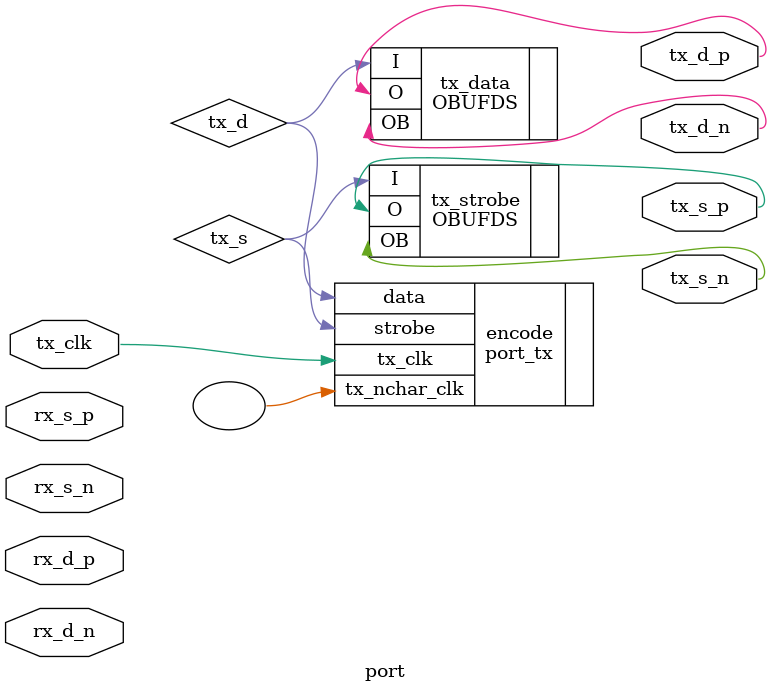
<source format=v>
`default_nettype none

module port(
    input wire rx_d_p,
    input wire rx_d_n,
    input wire rx_s_p,
    input wire rx_s_n,
    output wire tx_d_p,
    output wire tx_d_n,
    output wire tx_s_p,
    output wire tx_s_n,

    input wire tx_clk
);
    wire rx_d;
    wire rx_s;

    IBUFDS rx_data(
        .I(rx_d_p),
        .IB(rx_d_n),
        .O(rx_d)
    );

    IBUFDS rx_strobe(
        .I(rx_s_p),
        .IB(rx_s_n),
        .O(rx_s)
    );

    port_rx decode(
        .data(rx_d),
        .strobe(rx_s),
        .character(),
        .control()
    );

    wire tx_d;
    wire tx_s;

    OBUFDS tx_data(
        .I(tx_d),
        .O(tx_d_p),
        .OB(tx_d_n)
    );

    OBUFDS tx_strobe(
        .I(tx_s),
        .O(tx_s_p),
        .OB(tx_s_n)
    );

    port_tx encode(
        .data(tx_d),
        .strobe(tx_s),
        .tx_clk(tx_clk),
        .tx_nchar_clk()
    );

endmodule

</source>
